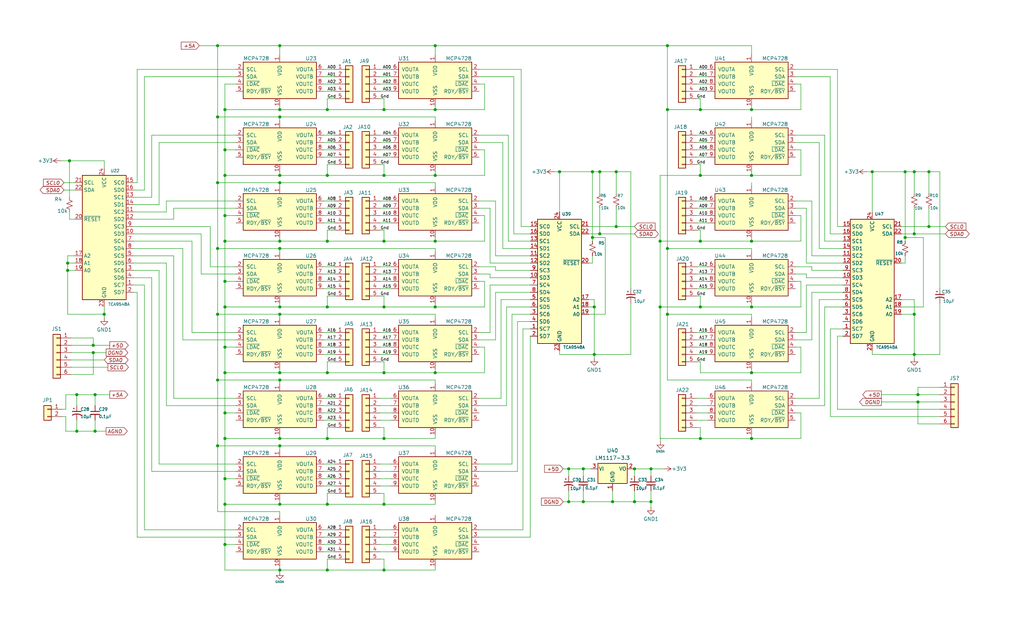
<source format=kicad_sch>
(kicad_sch (version 20230121) (generator eeschema)
  (paper "USLegal")
  (title_block (title "Synth #2") (date "2023-07-27") (rev "0.1") (company "      MLE Tech                  Cedar Park, TX") (comment 2 "In Development"))
  (lib_symbols
    (symbol "Analog_DAC:MCP4728" (pin_names (offset 1.016))
      (property "Reference" "U" (at -12.7 6.35 0))
      (property "Value" "MCP4728" (at 12.7 6.35 0))
      (symbol "MCP4728_1_1"
        (pin power_in line (at 0 7.62 270) (length 2.54) (name "VDD") (number "1"))
        (pin power_in line (at 0 -10.16 90) (length 2.54) (name "VSS") (number "10"))
        (pin input line (at -15.24 2.54 0) (length 2.54) (name "SCL") (number "2"))
        (pin bidirectional line (at -15.24 0 0) (length 2.54) (name "SDA") (number "3"))
        (pin input line (at -15.24 -2.54 0) (length 2.54) (name "~{LDAC}") (number "4"))
        (pin output line (at -15.24 -5.08 0) (length 2.54) (name "RDY/~{BSY}") (number "5"))
        (pin output line (at 15.24 2.54 180) (length 2.54) (name "VOUTA") (number "6"))
        (pin output line (at 15.24 0 180) (length 2.54) (name "VOUTB") (number "7"))
        (pin output line (at 15.24 -2.54 180) (length 2.54) (name "VOUTC") (number "8"))
        (pin output line (at 15.24 -5.08 180) (length 2.54) (name "VOUTD") (number "9"))
      )
    )
    (symbol "Connector_Generic:Conn_01x02" (pin_names (offset 1.016) hide)
      (property "Reference" "J" (at 0 2.54 0))
      (property "Value" "Conn_01x02" (at 0 -5.08 0))
      (symbol "Conn_01x02_1_1"
        (pin passive line (at -5.08 0 0) (length 3.81) (name "Pin_1") (number "1"))
        (pin passive line (at -5.08 -2.54 0) (length 3.81) (name "Pin_2") (number "2"))
      )
    )
    (symbol "Connector_Generic:Conn_01x05" (pin_names (offset 1.016) hide)
      (property "Reference" "J" (at 0 7.62 0))
      (property "Value" "Conn_01x05" (at 0 -7.62 0))
      (symbol "Conn_01x05_1_1"
        (pin passive line (at -5.08 5.08 0) (length 3.81) (name "Pin_1") (number "1"))
        (pin passive line (at -5.08 2.54 0) (length 3.81) (name "Pin_2") (number "2"))
        (pin passive line (at -5.08 0 0) (length 3.81) (name "Pin_3") (number "3"))
        (pin passive line (at -5.08 -2.54 0) (length 3.81) (name "Pin_4") (number "4"))
        (pin passive line (at -5.08 -5.08 0) (length 3.81) (name "Pin_5") (number "5"))
      )
    )
    (symbol "Connector_Generic:Conn_01x06" (pin_names (offset 1.016) hide)
      (property "Reference" "J" (at 0 7.62 0))
      (property "Value" "Conn_01x06" (at 0 -10.16 0))
      (symbol "Conn_01x06_1_1"
        (pin passive line (at -5.08 5.08 0) (length 3.81) (name "Pin_1") (number "1"))
        (pin passive line (at -5.08 2.54 0) (length 3.81) (name "Pin_2") (number "2"))
        (pin passive line (at -5.08 0 0) (length 3.81) (name "Pin_3") (number "3"))
        (pin passive line (at -5.08 -2.54 0) (length 3.81) (name "Pin_4") (number "4"))
        (pin passive line (at -5.08 -5.08 0) (length 3.81) (name "Pin_5") (number "5"))
        (pin passive line (at -5.08 -7.62 0) (length 3.81) (name "Pin_6") (number "6"))
      )
    )
    (symbol "Device:C_Polarized_Small_US" (pin_numbers hide) (pin_names (offset 0.254) hide)
      (property "Reference" "C" (at 0.254 1.778 0))
      (property "Value" "C_Polarized_Small_US" (at 0.254 -2.032 0))
      (symbol "C_Polarized_Small_US_1_1"
        (pin passive line (at 0 2.54 270) (length 2.032) (name "~") (number "1"))
        (pin passive line (at 0 -2.54 90) (length 2.032) (name "~") (number "2"))
      )
    )
    (symbol "Device:C_Small" (pin_numbers hide) (pin_names (offset 0.254) hide)
      (property "Reference" "C" (at 0.254 1.778 0))
      (property "Value" "C_Small" (at 0.254 -2.032 0))
      (symbol "C_Small_1_1"
        (pin passive line (at 0 2.54 270) (length 2.032) (name "~") (number "1"))
        (pin passive line (at 0 -2.54 90) (length 2.032) (name "~") (number "2"))
      )
    )
    (symbol "Device:R_Small_US" (pin_numbers hide) (pin_names (offset 0.254) hide)
      (property "Reference" "R" (at 0.762 0.508 0))
      (property "Value" "R_Small_US" (at 0.762 -1.016 0))
      (symbol "R_Small_US_1_1"
        (pin passive line (at 0 2.54 270) (length 1.016) (name "~") (number "1"))
        (pin passive line (at 0 -2.54 90) (length 1.016) (name "~") (number "2"))
      )
    )
    (symbol "Interface_Expansion:PCA9548ADW"
      (property "Reference" "U?" (at 2.0194 25.4 0))
      (property "Value" "TCA9548A" (at 2.0194 22.86 0))
      (symbol "PCA9548ADW_1_1"
        (pin output line (at 10.16 -17.78 180) (length 2.54) (name "SC7") (number "1"))
        (pin bidirectional line (at 10.16 0 180) (length 2.54) (name "SD3") (number "10"))
        (pin output line (at 10.16 7.62 180) (length 2.54) (name "SC2") (number "11"))
        (pin bidirectional line (at 10.16 5.08 180) (length 2.54) (name "SD2") (number "12"))
        (pin output line (at 10.16 12.7 180) (length 2.54) (name "SC1") (number "13"))
        (pin bidirectional line (at 10.16 10.16 180) (length 2.54) (name "SD1") (number "14"))
        (pin output line (at 10.16 17.78 180) (length 2.54) (name "SC0") (number "15"))
        (pin bidirectional line (at 10.16 15.24 180) (length 2.54) (name "SD0") (number "16"))
        (pin input line (at -10.16 -7.62 0) (length 2.54) (name "A2") (number "17"))
        (pin input line (at -10.16 -10.16 0) (length 2.54) (name "A1") (number "18"))
        (pin input line (at -10.16 -12.7 0) (length 2.54) (name "A0") (number "19"))
        (pin bidirectional line (at 10.16 -20.32 180) (length 2.54) (name "SD7") (number "2"))
        (pin input line (at -10.16 5.08 0) (length 2.54) (name "~{RESET}") (number "20"))
        (pin input line (at -10.16 17.78 0) (length 2.54) (name "SCL") (number "21"))
        (pin bidirectional line (at -10.16 15.24 0) (length 2.54) (name "SDA") (number "22"))
        (pin power_in line (at 0 -25.4 90) (length 2.54) (name "GND") (number "23"))
        (pin power_in line (at 0 22.86 270) (length 2.54) (name "VCC") (number "24"))
        (pin output line (at 10.16 -12.7 180) (length 2.54) (name "SC6") (number "3"))
        (pin bidirectional line (at 10.16 -15.24 180) (length 2.54) (name "SD6") (number "4"))
        (pin output line (at 10.16 -7.62 180) (length 2.54) (name "SC5") (number "5"))
        (pin bidirectional line (at 10.16 -10.16 180) (length 2.54) (name "SD5") (number "6"))
        (pin output line (at 10.16 -2.54 180) (length 2.54) (name "SC4") (number "7"))
        (pin bidirectional line (at 10.16 -5.08 180) (length 2.54) (name "SD4") (number "8"))
        (pin output line (at 10.16 2.54 180) (length 2.54) (name "SC3") (number "9"))
      )
    )
    (symbol "Regulator_Linear:LM1117-3.3" (pin_names (offset 0.254))
      (property "Reference" "U" (at -3.81 3.175 0))
      (property "Value" "LM1117-3.3" (at 0 3.175 0))
      (symbol "LM1117-3.3_1_1"
        (pin power_in line (at 0 -7.62 90) (length 2.54) (name "GND") (number "1"))
        (pin power_out line (at 7.62 0 180) (length 2.54) (name "VO") (number "2"))
        (pin power_in line (at -7.62 0 0) (length 2.54) (name "VI") (number "3"))
      )
    )
    (symbol "power:+3.3V" (power) (pin_names (offset 0))
      (property "Value" "+3.3V" (at 0 3.556 0))
      (symbol "+3.3V_1_1"
        (pin power_in line (at 0 0 90) (length 0) hide (name "+3V3") (number "1"))
      )
    )
    (symbol "power:GND1" (power) (pin_names (offset 0))
      (property "Value" "GNDD" (at 0 -5.08 0))
      (symbol "GND1_1_1"
        (pin power_in line (at 0 0 270) (length 0) hide (name "GND1") (number "1"))
      )
    )
    (symbol "power:GNDA" (power) (pin_names (offset 0))
      (property "Value" "GNDA" (at 0 -3.81 0))
      (symbol "GNDA_1_1"
        (pin power_in line (at 0 0 270) (length 0) hide (name "GNDA") (number "1"))
      )
    )
  )
  (junction (at 97.155 15.875))
  (junction (at 113.665 60.96))
  (junction (at 33.02 149.86))
  (junction (at 97.155 60.96))
  (junction (at 194.31 59.69))
  (junction (at 78.105 60.96))
  (junction (at 113.665 152.4))
  (junction (at 78.105 74.93))
  (junction (at 97.155 132.08))
  (junction (at 206.375 123.19))
  (junction (at 243.205 83.82))
  (junction (at 75.565 86.36))
  (junction (at 151.13 38.1))
  (junction (at 75.565 63.5))
  (junction (at 220.345 162.941))
  (junction (at 302.895 59.69))
  (junction (at 75.565 154.94))
  (junction (at 78.105 129.54))
  (junction (at 151.13 15.875))
  (junction (at 317.5 59.69))
  (junction (at 78.105 166.37))
  (junction (at 78.105 189.23))
  (junction (at 133.35 106.68))
  (junction (at 133.35 129.54))
  (junction (at 317.5 109.22))
  (junction (at 197.485 162.941))
  (junction (at 151.13 106.68))
  (junction (at 202.565 162.941))
  (junction (at 322.58 78.74))
  (junction (at 97.155 175.26))
  (junction (at 97.155 152.4))
  (junction (at 151.13 129.54))
  (junction (at 133.35 83.82))
  (junction (at 113.665 198.12))
  (junction (at 314.325 82.55))
  (junction (at 213.995 59.69))
  (junction (at 78.105 97.79))
  (junction (at 243.205 106.68))
  (junction (at 78.105 152.4))
  (junction (at 322.58 59.69))
  (junction (at 231.775 86.36))
  (junction (at 113.665 175.26))
  (junction (at 78.105 143.51))
  (junction (at 208.28 81.28))
  (junction (at 243.205 38.1))
  (junction (at 220.345 174.371))
  (junction (at 32.385 120.015))
  (junction (at 260.985 60.96))
  (junction (at 75.565 15.875))
  (junction (at 97.155 129.54))
  (junction (at 260.985 106.68))
  (junction (at 97.155 109.22))
  (junction (at 24.13 55.88))
  (junction (at 113.665 83.82))
  (junction (at 133.35 198.12))
  (junction (at 243.205 60.96))
  (junction (at 97.155 106.68))
  (junction (at 318.77 137.16))
  (junction (at 78.105 175.26))
  (junction (at 317.5 123.19))
  (junction (at 212.725 174.371))
  (junction (at 205.74 59.69))
  (junction (at 260.985 83.82))
  (junction (at 97.155 154.94))
  (junction (at 318.77 139.7))
  (junction (at 23.495 93.98))
  (junction (at 229.235 106.68))
  (junction (at 78.105 120.65))
  (junction (at 97.155 40.64))
  (junction (at 75.565 132.08))
  (junction (at 314.325 59.69))
  (junction (at 133.35 175.26))
  (junction (at 78.105 83.82))
  (junction (at 97.155 63.5))
  (junction (at 260.985 38.1))
  (junction (at 32.385 122.555))
  (junction (at 36.195 109.22))
  (junction (at 243.205 152.4))
  (junction (at 97.155 198.12))
  (junction (at 205.74 82.55))
  (junction (at 226.06 174.371))
  (junction (at 23.495 91.44))
  (junction (at 26.67 137.16))
  (junction (at 78.105 38.1))
  (junction (at 113.665 106.68))
  (junction (at 151.13 83.82))
  (junction (at 75.565 109.22))
  (junction (at 317.5 81.28))
  (junction (at 231.775 38.1))
  (junction (at 213.995 78.74))
  (junction (at 78.105 106.68))
  (junction (at 133.35 152.4))
  (junction (at 206.375 106.68))
  (junction (at 133.35 38.1))
  (junction (at 202.565 174.371))
  (junction (at 113.665 38.1))
  (junction (at 78.105 52.07))
  (junction (at 208.28 59.69))
  (junction (at 229.235 83.82))
  (junction (at 226.06 162.941))
  (junction (at 260.985 152.4))
  (junction (at 151.13 60.96))
  (junction (at 260.985 129.54))
  (junction (at 26.67 149.86))
  (junction (at 97.155 83.82))
  (junction (at 75.565 40.64))
  (junction (at 33.02 137.16))
  (junction (at 113.665 129.54))
  (junction (at 231.775 109.22))
  (junction (at 133.35 60.96))
  (junction (at 197.485 174.371))
  (junction (at 97.155 86.36))
  (junction (at 231.775 15.875))
  (junction (at 97.155 38.1))
  (wire (pts (xy 292.735 81.28) (xy 288.29 81.28)))
  (wire (pts (xy 290.83 116.84) (xy 292.735 116.84)))
  (wire (pts (xy 78.105 152.4) (xy 97.155 152.4)))
  (wire (pts (xy 37.465 127.635) (xy 24.765 127.635)))
  (wire (pts (xy 81.915 97.79) (xy 78.105 97.79)))
  (wire (pts (xy 213.995 59.69) (xy 219.075 59.69)))
  (wire (pts (xy 47.625 101.6) (xy 47.625 186.69)))
  (wire (pts (xy 260.985 60.96) (xy 278.13 60.96)))
  (wire (pts (xy 60.325 76.2) (xy 46.355 76.2)))
  (wire (pts (xy 276.225 52.07) (xy 278.13 52.07)))
  (wire (pts (xy 278.13 152.4) (xy 278.13 143.51)))
  (wire (pts (xy 170.18 95.25) (xy 170.18 96.52)))
  (wire (pts (xy 184.15 114.3) (xy 181.61 114.3)))
  (wire (pts (xy 132.08 92.71) (xy 135.89 92.71)))
  (wire (pts (xy 260.985 86.36) (xy 231.775 86.36)))
  (wire (pts (xy 292.735 101.6) (xy 281.94 101.6)))
  (wire (pts (xy 260.985 110.49) (xy 260.985 109.22)))
  (wire (pts (xy 151.13 106.68) (xy 151.13 105.41)))
  (wire (pts (xy 116.205 72.39) (xy 112.395 72.39)))
  (wire (pts (xy 174.625 86.36) (xy 174.625 49.53)))
  (wire (pts (xy 78.105 143.51) (xy 78.105 152.4)))
  (wire (pts (xy 33.02 149.86) (xy 36.83 149.86)))
  (wire (pts (xy 81.915 166.37) (xy 78.105 166.37)))
  (wire (pts (xy 36.195 110.49) (xy 36.195 109.22)))
  (wire (pts (xy 78.105 129.54) (xy 97.155 129.54)))
  (wire (pts (xy 151.13 175.26) (xy 133.35 175.26)))
  (wire (pts (xy 179.705 163.83) (xy 179.705 111.76)))
  (wire (pts (xy 132.08 49.53) (xy 135.89 49.53)))
  (wire (pts (xy 260.985 128.27) (xy 260.985 129.54)))
  (wire (pts (xy 63.5 86.36) (xy 46.355 86.36)))
  (wire (pts (xy 113.665 83.82) (xy 133.35 83.82)))
  (wire (pts (xy 166.37 140.97) (xy 175.895 140.97)))
  (wire (pts (xy 278.13 129.54) (xy 278.13 120.65)))
  (wire (pts (xy 260.985 106.68) (xy 278.13 106.68)))
  (wire (pts (xy 135.89 191.77) (xy 132.08 191.77)))
  (wire (pts (xy 245.745 120.65) (xy 241.935 120.65)))
  (wire (pts (xy 206.375 106.68) (xy 204.47 106.68)))
  (wire (pts (xy 133.35 38.1) (xy 151.13 38.1)))
  (wire (pts (xy 151.13 59.69) (xy 151.13 60.96)))
  (wire (pts (xy 113.665 60.96) (xy 133.35 60.96)))
  (wire (pts (xy 286.385 106.68) (xy 286.385 140.97)))
  (wire (pts (xy 97.155 110.49) (xy 97.155 109.22)))
  (wire (pts (xy 81.915 161.29) (xy 55.245 161.29)))
  (wire (pts (xy 314.325 82.55) (xy 320.675 82.55)))
  (wire (pts (xy 243.205 60.96) (xy 260.985 60.96)))
  (wire (pts (xy 210.185 82.55) (xy 210.185 109.22)))
  (wire (pts (xy 245.745 140.97) (xy 241.935 140.97)))
  (wire (pts (xy 132.08 24.13) (xy 135.89 24.13)))
  (wire (pts (xy 36.195 125.095) (xy 24.765 125.095)))
  (wire (pts (xy 135.89 95.25) (xy 132.08 95.25)))
  (wire (pts (xy 166.37 46.99) (xy 176.53 46.99)))
  (wire (pts (xy 194.31 121.92) (xy 194.31 123.19)))
  (wire (pts (xy 69.215 15.875) (xy 75.565 15.875)))
  (wire (pts (xy 151.13 196.85) (xy 151.13 198.12)))
  (wire (pts (xy 181.61 114.3) (xy 181.61 184.15)))
  (wire (pts (xy 313.055 78.74) (xy 322.58 78.74)))
  (wire (pts (xy 241.935 74.93) (xy 245.745 74.93)))
  (wire (pts (xy 241.935 34.29) (xy 243.205 34.29)))
  (wire (pts (xy 112.395 189.23) (xy 116.205 189.23)))
  (wire (pts (xy 292.735 114.3) (xy 288.3662 114.3)))
  (wire (pts (xy 55.245 49.53) (xy 55.245 71.12)))
  (wire (pts (xy 194.31 123.19) (xy 206.375 123.19)))
  (wire (pts (xy 284.48 86.36) (xy 284.48 49.53)))
  (wire (pts (xy 97.155 64.77) (xy 97.155 63.5)))
  (wire (pts (xy 300.99 59.69) (xy 302.895 59.69)))
  (wire (pts (xy 231.775 86.36) (xy 231.775 109.22)))
  (wire (pts (xy 245.745 46.99) (xy 241.935 46.99)))
  (wire (pts (xy 75.565 15.875) (xy 75.565 40.64)))
  (wire (pts (xy 241.935 97.79) (xy 245.745 97.79)))
  (wire (pts (xy 326.39 139.7) (xy 318.77 139.7)))
  (wire (pts (xy 116.205 138.43) (xy 112.395 138.43)))
  (wire (pts (xy 113.665 34.29) (xy 113.665 38.1)))
  (wire (pts (xy 151.13 151.13) (xy 151.13 152.4)))
  (wire (pts (xy 75.565 40.64) (xy 97.155 40.64)))
  (wire (pts (xy 78.105 38.1) (xy 97.155 38.1)))
  (wire (pts (xy 97.155 60.96) (xy 113.665 60.96)))
  (wire (pts (xy 174.625 49.53) (xy 166.37 49.53)))
  (wire (pts (xy 243.205 129.54) (xy 260.985 129.54)))
  (wire (pts (xy 195.58 162.941) (xy 197.485 162.941)))
  (wire (pts (xy 245.745 72.39) (xy 241.935 72.39)))
  (wire (pts (xy 206.375 106.68) (xy 206.375 104.14)))
  (wire (pts (xy 97.155 154.94) (xy 75.565 154.94)))
  (wire (pts (xy 78.105 120.65) (xy 81.915 120.65)))
  (wire (pts (xy 290.83 24.13) (xy 290.83 78.74)))
  (wire (pts (xy 241.935 118.11) (xy 245.745 118.11)))
  (wire (pts (xy 75.565 132.08) (xy 75.565 154.94)))
  (wire (pts (xy 116.205 194.31) (xy 113.665 194.31)))
  (wire (pts (xy 97.155 38.1) (xy 113.665 38.1)))
  (wire (pts (xy 208.28 59.69) (xy 213.995 59.69)))
  (wire (pts (xy 284.48 49.53) (xy 276.225 49.53)))
  (wire (pts (xy 132.08 138.43) (xy 135.89 138.43)))
  (wire (pts (xy 317.5 123.19) (xy 302.895 123.19)))
  (wire (pts (xy 23.495 93.98) (xy 23.495 109.22)))
  (wire (pts (xy 179.705 111.76) (xy 184.15 111.76)))
  (wire (pts (xy 112.395 100.33) (xy 116.205 100.33)))
  (wire (pts (xy 81.915 140.97) (xy 57.785 140.97)))
  (wire (pts (xy 81.915 72.39) (xy 60.325 72.39)))
  (wire (pts (xy 116.205 163.83) (xy 112.395 163.83)))
  (wire (pts (xy 116.205 125.73) (xy 113.665 125.73)))
  (wire (pts (xy 24.765 130.175) (xy 32.385 130.175)))
  (wire (pts (xy 278.13 143.51) (xy 276.225 143.51)))
  (wire (pts (xy 60.325 88.9) (xy 60.325 138.43)))
  (wire (pts (xy 23.495 91.44) (xy 26.035 91.44)))
  (wire (pts (xy 184.15 93.98) (xy 172.085 93.98)))
  (wire (pts (xy 278.13 83.82) (xy 278.13 74.93)))
  (wire (pts (xy 292.735 96.52) (xy 280.035 96.52)))
  (wire (pts (xy 132.08 34.29) (xy 133.35 34.29)))
  (wire (pts (xy 52.705 163.83) (xy 81.915 163.83)))
  (wire (pts (xy 260.985 133.35) (xy 260.985 132.08)))
  (wire (pts (xy 166.37 120.65) (xy 168.275 120.65)))
  (wire (pts (xy 78.105 60.96) (xy 78.105 74.93)))
  (wire (pts (xy 231.775 15.875) (xy 231.775 38.1)))
  (wire (pts (xy 194.31 59.69) (xy 194.31 73.66)))
  (wire (pts (xy 276.225 118.11) (xy 281.94 118.11)))
  (wire (pts (xy 229.235 83.82) (xy 229.235 106.68)))
  (wire (pts (xy 75.565 86.36) (xy 97.155 86.36)))
  (wire (pts (xy 243.205 80.01) (xy 243.205 83.82)))
  (wire (pts (xy 243.205 83.82) (xy 229.235 83.82)))
  (wire (pts (xy 135.89 77.47) (xy 132.08 77.47)))
  (wire (pts (xy 22.86 137.16) (xy 26.67 137.16)))
  (wire (pts (xy 172.085 101.6) (xy 172.085 118.11)))
  (wire (pts (xy 112.395 52.07) (xy 116.205 52.07)))
  (wire (pts (xy 132.08 194.31) (xy 133.35 194.31)))
  (wire (pts (xy 260.985 151.13) (xy 260.985 152.4)))
  (wire (pts (xy 286.385 140.97) (xy 276.225 140.97)))
  (wire (pts (xy 184.15 86.36) (xy 174.625 86.36)))
  (wire (pts (xy 135.89 31.75) (xy 132.08 31.75)))
  (wire (pts (xy 197.485 162.941) (xy 202.565 162.941)))
  (wire (pts (xy 241.935 143.51) (xy 245.745 143.51)))
  (wire (pts (xy 78.105 83.82) (xy 78.105 97.79)))
  (wire (pts (xy 33.02 140.97) (xy 33.02 137.16)))
  (wire (pts (xy 78.105 198.12) (xy 97.155 198.12)))
  (wire (pts (xy 314.325 59.69) (xy 317.5 59.69)))
  (wire (pts (xy 113.665 148.59) (xy 113.665 152.4)))
  (wire (pts (xy 133.35 80.01) (xy 133.35 83.82)))
  (wire (pts (xy 173.99 104.14) (xy 173.99 138.43)))
  (wire (pts (xy 132.08 161.29) (xy 135.89 161.29)))
  (wire (pts (xy 22.86 149.86) (xy 26.67 149.86)))
  (wire (pts (xy 112.395 184.15) (xy 116.205 184.15)))
  (wire (pts (xy 97.155 106.68) (xy 113.665 106.68)))
  (wire (pts (xy 113.665 194.31) (xy 113.665 198.12)))
  (wire (pts (xy 116.205 34.29) (xy 113.665 34.29)))
  (wire (pts (xy 175.895 140.97) (xy 175.895 106.68)))
  (wire (pts (xy 50.165 66.04) (xy 46.355 66.04)))
  (wire (pts (xy 219.075 123.19) (xy 206.375 123.19)))
  (wire (pts (xy 281.94 93.98) (xy 281.94 92.71)))
  (wire (pts (xy 177.8 109.22) (xy 177.8 161.29)))
  (wire (pts (xy 292.735 83.82) (xy 286.385 83.82)))
  (wire (pts (xy 97.155 179.07) (xy 97.155 177.8)))
  (wire (pts (xy 170.18 99.06) (xy 170.18 115.57)))
  (wire (pts (xy 260.985 83.82) (xy 260.985 82.55)))
  (wire (pts (xy 317.5 123.19) (xy 326.39 123.19)))
  (wire (pts (xy 97.155 198.12) (xy 97.155 198.755)))
  (wire (pts (xy 229.235 60.96) (xy 229.235 83.82)))
  (wire (pts (xy 280.035 99.06) (xy 292.735 99.06)))
  (wire (pts (xy 23.495 93.98) (xy 26.035 93.98)))
  (wire (pts (xy 318.77 139.7) (xy 306.07 139.7)))
  (wire (pts (xy 260.985 129.54) (xy 278.13 129.54)))
  (wire (pts (xy 260.985 15.875) (xy 231.775 15.875)))
  (wire (pts (xy 314.325 88.9) (xy 314.325 91.44)))
  (wire (pts (xy 243.205 106.68) (xy 229.235 106.68)))
  (wire (pts (xy 205.74 59.69) (xy 205.74 82.55)))
  (wire (pts (xy 245.745 77.47) (xy 241.935 77.47)))
  (wire (pts (xy 97.155 36.83) (xy 97.155 38.1)))
  (wire (pts (xy 322.58 72.39) (xy 322.58 78.74)))
  (wire (pts (xy 284.48 104.14) (xy 284.48 138.43)))
  (wire (pts (xy 208.28 81.28) (xy 220.345 81.28)))
  (wire (pts (xy 213.995 72.39) (xy 213.995 78.74)))
  (wire (pts (xy 78.105 152.4) (xy 78.105 166.37)))
  (wire (pts (xy 276.225 95.25) (xy 280.035 95.25)))
  (wire (pts (xy 314.325 91.44) (xy 313.055 91.44)))
  (wire (pts (xy 81.915 184.15) (xy 50.165 184.15)))
  (wire (pts (xy 278.13 38.1) (xy 260.985 38.1)))
  (wire (pts (xy 175.895 106.68) (xy 184.15 106.68)))
  (wire (pts (xy 97.155 15.875) (xy 97.155 19.05)))
  (wire (pts (xy 202.565 162.941) (xy 205.105 162.941)))
  (wire (pts (xy 208.28 72.39) (xy 208.28 81.28)))
  (wire (pts (xy 206.375 104.14) (xy 204.47 104.14)))
  (wire (pts (xy 116.205 24.13) (xy 112.395 24.13)))
  (wire (pts (xy 81.915 24.13) (xy 47.625 24.13)))
  (wire (pts (xy 57.785 69.85) (xy 57.785 73.66)))
  (wire (pts (xy 226.06 165.481) (xy 226.06 162.941)))
  (wire (pts (xy 151.13 15.875) (xy 151.13 19.05)))
  (wire (pts (xy 184.15 83.82) (xy 176.53 83.82)))
  (wire (pts (xy 260.985 36.83) (xy 260.985 38.1)))
  (wire (pts (xy 220.345 165.481) (xy 220.345 162.941)))
  (wire (pts (xy 180.975 24.13) (xy 180.975 78.74)))
  (wire (pts (xy 204.47 109.22) (xy 210.185 109.22)))
  (wire (pts (xy 112.395 140.97) (xy 116.205 140.97)))
  (wire (pts (xy 135.89 46.99) (xy 132.08 46.99)))
  (wire (pts (xy 184.15 78.74) (xy 180.975 78.74)))
  (wire (pts (xy 166.37 72.39) (xy 170.18 72.39)))
  (wire (pts (xy 97.155 87.63) (xy 97.155 86.36)))
  (wire (pts (xy 113.665 57.15) (xy 113.665 60.96)))
  (wire (pts (xy 22.86 142.24) (xy 22.86 137.16)))
  (wire (pts (xy 245.745 52.07) (xy 241.935 52.07)))
  (wire (pts (xy 112.395 123.19) (xy 116.205 123.19)))
  (wire (pts (xy 326.39 147.32) (xy 318.77 147.32)))
  (wire (pts (xy 24.765 120.015) (xy 32.385 120.015)))
  (wire (pts (xy 132.08 115.57) (xy 135.89 115.57)))
  (wire (pts (xy 219.075 105.41) (xy 219.075 123.19)))
  (wire (pts (xy 213.995 78.74) (xy 220.345 78.74)))
  (wire (pts (xy 281.94 88.9) (xy 281.94 69.85)))
  (wire (pts (xy 75.565 177.8) (xy 97.155 177.8)))
  (wire (pts (xy 317.5 109.22) (xy 313.055 109.22)))
  (wire (pts (xy 284.48 138.43) (xy 276.225 138.43)))
  (wire (pts (xy 66.675 115.57) (xy 81.915 115.57)))
  (wire (pts (xy 116.205 168.91) (xy 112.395 168.91)))
  (wire (pts (xy 230.505 162.941) (xy 226.06 162.941)))
  (wire (pts (xy 81.915 52.07) (xy 78.105 52.07)))
  (wire (pts (xy 78.105 38.1) (xy 78.105 52.07)))
  (wire (pts (xy 260.985 64.77) (xy 260.985 63.5)))
  (wire (pts (xy 151.13 87.63) (xy 151.13 86.36)))
  (wire (pts (xy 133.35 106.68) (xy 151.13 106.68)))
  (wire (pts (xy 226.06 176.276) (xy 226.06 174.371)))
  (wire (pts (xy 151.13 41.91) (xy 151.13 40.64)))
  (wire (pts (xy 116.205 102.87) (xy 113.665 102.87)))
  (wire (pts (xy 260.985 87.63) (xy 260.985 86.36)))
  (wire (pts (xy 52.705 96.52) (xy 52.705 163.83)))
  (wire (pts (xy 73.025 78.74) (xy 46.355 78.74)))
  (wire (pts (xy 113.665 175.26) (xy 97.155 175.26)))
  (wire (pts (xy 241.935 92.71) (xy 245.745 92.71)))
  (wire (pts (xy 78.105 74.93) (xy 78.105 83.82)))
  (wire (pts (xy 78.105 97.79) (xy 78.105 106.68)))
  (wire (pts (xy 97.155 152.4) (xy 113.665 152.4)))
  (wire (pts (xy 47.625 186.69) (xy 81.915 186.69)))
  (wire (pts (xy 69.85 95.25) (xy 81.915 95.25)))
  (wire (pts (xy 26.67 146.05) (xy 26.67 149.86)))
  (wire (pts (xy 313.055 106.68) (xy 320.675 106.68)))
  (wire (pts (xy 78.105 120.65) (xy 78.105 129.54)))
  (wire (pts (xy 202.565 174.371) (xy 212.725 174.371)))
  (wire (pts (xy 132.08 118.11) (xy 135.89 118.11)))
  (wire (pts (xy 26.67 140.97) (xy 26.67 137.16)))
  (wire (pts (xy 81.915 26.67) (xy 50.165 26.67)))
  (wire (pts (xy 166.37 52.07) (xy 168.275 52.07)))
  (wire (pts (xy 81.915 118.11) (xy 63.5 118.11)))
  (wire (pts (xy 81.915 138.43) (xy 60.325 138.43)))
  (wire (pts (xy 280.035 115.57) (xy 276.225 115.57)))
  (wire (pts (xy 204.47 81.28) (xy 208.28 81.28)))
  (wire (pts (xy 241.935 148.59) (xy 243.205 148.59)))
  (wire (pts (xy 243.205 148.59) (xy 243.205 152.4)))
  (wire (pts (xy 276.225 120.65) (xy 278.13 120.65)))
  (wire (pts (xy 132.08 54.61) (xy 135.89 54.61)))
  (wire (pts (xy 81.915 74.93) (xy 78.105 74.93)))
  (wire (pts (xy 151.13 129.54) (xy 168.275 129.54)))
  (wire (pts (xy 172.085 69.85) (xy 166.37 69.85)))
  (wire (pts (xy 81.915 92.71) (xy 73.025 92.71)))
  (wire (pts (xy 46.355 81.28) (xy 69.85 81.28)))
  (wire (pts (xy 22.225 66.04) (xy 26.035 66.04)))
  (wire (pts (xy 205.74 91.44) (xy 204.47 91.44)))
  (wire (pts (xy 46.355 96.52) (xy 52.705 96.52)))
  (wire (pts (xy 166.37 118.11) (xy 172.085 118.11)))
  (wire (pts (xy 78.105 83.82) (xy 97.155 83.82)))
  (wire (pts (xy 50.165 26.67) (xy 50.165 66.04)))
  (wire (pts (xy 168.275 129.54) (xy 168.275 120.65)))
  (wire (pts (xy 276.225 26.67) (xy 288.29 26.67)))
  (wire (pts (xy 212.725 174.371) (xy 220.345 174.371)))
  (wire (pts (xy 24.13 76.2) (xy 26.035 76.2)))
  (wire (pts (xy 113.665 80.01) (xy 113.665 83.82)))
  (wire (pts (xy 317.5 124.46) (xy 317.5 123.19)))
  (wire (pts (xy 78.105 166.37) (xy 78.105 175.26)))
  (wire (pts (xy 46.355 71.12) (xy 55.245 71.12)))
  (wire (pts (xy 32.385 120.015) (xy 38.1 120.015)))
  (wire (pts (xy 97.155 156.21) (xy 97.155 154.94)))
  (wire (pts (xy 280.035 99.06) (xy 280.035 115.57)))
  (wire (pts (xy 112.395 26.67) (xy 116.205 26.67)))
  (wire (pts (xy 97.155 83.82) (xy 113.665 83.82)))
  (wire (pts (xy 326.39 59.69) (xy 326.39 100.33)))
  (wire (pts (xy 78.105 52.07) (xy 78.105 60.96)))
  (wire (pts (xy 133.35 152.4) (xy 113.665 152.4)))
  (wire (pts (xy 245.745 31.75) (xy 241.935 31.75)))
  (wire (pts (xy 170.18 115.57) (xy 166.37 115.57)))
  (wire (pts (xy 241.935 125.73) (xy 243.205 125.73)))
  (wire (pts (xy 112.395 92.71) (xy 116.205 92.71)))
  (wire (pts (xy 97.155 86.36) (xy 151.13 86.36)))
  (wire (pts (xy 314.325 59.69) (xy 314.325 82.55)))
  (wire (pts (xy 75.565 15.875) (xy 97.155 15.875)))
  (wire (pts (xy 135.89 146.05) (xy 132.08 146.05)))
  (wire (pts (xy 50.165 99.06) (xy 46.355 99.06)))
  (wire (pts (xy 112.395 143.51) (xy 116.205 143.51)))
  (wire (pts (xy 133.35 175.26) (xy 113.665 175.26)))
  (wire (pts (xy 260.985 59.69) (xy 260.985 60.96)))
  (wire (pts (xy 243.205 38.1) (xy 260.985 38.1)))
  (wire (pts (xy 133.35 148.59) (xy 133.35 152.4)))
  (wire (pts (xy 135.89 26.67) (xy 132.08 26.67)))
  (wire (pts (xy 97.155 83.82) (xy 97.155 82.55)))
  (wire (pts (xy 81.915 189.23) (xy 78.105 189.23)))
  (wire (pts (xy 208.28 67.31) (xy 208.28 59.69)))
  (wire (pts (xy 73.025 78.74) (xy 73.025 92.71)))
  (wire (pts (xy 97.155 151.13) (xy 97.155 152.4)))
  (wire (pts (xy 318.77 137.16) (xy 318.77 134.62)))
  (wire (pts (xy 172.085 92.71) (xy 166.37 92.71)))
  (wire (pts (xy 243.205 152.4) (xy 260.985 152.4)))
  (wire (pts (xy 184.15 96.52) (xy 170.18 96.52)))
  (wire (pts (xy 135.89 163.83) (xy 132.08 163.83)))
  (wire (pts (xy 135.89 52.07) (xy 132.08 52.07)))
  (wire (pts (xy 133.35 125.73) (xy 133.35 129.54)))
  (wire (pts (xy 243.205 38.1) (xy 231.775 38.1)))
  (wire (pts (xy 151.13 133.35) (xy 151.13 132.08)))
  (wire (pts (xy 23.495 88.9) (xy 23.495 91.44)))
  (wire (pts (xy 168.275 60.96) (xy 168.275 52.07)))
  (wire (pts (xy 22.86 144.78) (xy 22.86 149.86)))
  (wire (pts (xy 231.775 15.875) (xy 151.13 15.875)))
  (wire (pts (xy 21.59 142.24) (xy 22.86 142.24)))
  (wire (pts (xy 75.565 86.36) (xy 75.565 109.22)))
  (wire (pts (xy 276.225 74.93) (xy 278.13 74.93)))
  (wire (pts (xy 97.155 106.68) (xy 78.105 106.68)))
  (wire (pts (xy 220.345 162.941) (xy 226.06 162.941)))
  (wire (pts (xy 278.13 106.68) (xy 278.13 97.79)))
  (wire (pts (xy 278.13 29.21) (xy 278.13 38.1)))
  (wire (pts (xy 276.225 72.39) (xy 280.035 72.39)))
  (wire (pts (xy 26.67 149.86) (xy 33.02 149.86)))
  (wire (pts (xy 292.735 104.14) (xy 284.48 104.14)))
  (wire (pts (xy 166.37 95.25) (xy 170.18 95.25)))
  (wire (pts (xy 292.735 106.68) (xy 286.385 106.68)))
  (wire (pts (xy 21.59 144.78) (xy 22.86 144.78)))
  (wire (pts (xy 116.205 118.11) (xy 112.395 118.11)))
  (wire (pts (xy 133.35 34.29) (xy 133.35 38.1)))
  (wire (pts (xy 132.08 123.19) (xy 135.89 123.19)))
  (wire (pts (xy 75.565 63.5) (xy 97.155 63.5)))
  (wire (pts (xy 313.055 104.14) (xy 317.5 104.14)))
  (wire (pts (xy 205.74 59.69) (xy 208.28 59.69)))
  (wire (pts (xy 192.532 59.69) (xy 194.31 59.69)))
  (wire (pts (xy 132.08 97.79) (xy 135.89 97.79)))
  (wire (pts (xy 132.08 143.51) (xy 135.89 143.51)))
  (wire (pts (xy 172.085 93.98) (xy 172.085 92.71)))
  (wire (pts (xy 184.15 101.6) (xy 172.085 101.6)))
  (wire (pts (xy 166.37 163.83) (xy 179.705 163.83)))
  (wire (pts (xy 206.375 106.68) (xy 206.375 123.19)))
  (wire (pts (xy 132.08 148.59) (xy 133.35 148.59)))
  (wire (pts (xy 132.08 29.21) (xy 135.89 29.21)))
  (wire (pts (xy 276.225 46.99) (xy 286.385 46.99)))
  (wire (pts (xy 116.205 97.79) (xy 112.395 97.79)))
  (wire (pts (xy 151.13 36.83) (xy 151.13 38.1)))
  (wire (pts (xy 205.74 88.9) (xy 205.74 91.44)))
  (wire (pts (xy 292.735 86.36) (xy 284.48 86.36)))
  (wire (pts (xy 243.205 60.96) (xy 229.235 60.96)))
  (wire (pts (xy 32.385 120.015) (xy 32.385 117.475)))
  (wire (pts (xy 63.5 86.36) (xy 63.5 118.11)))
  (wire (pts (xy 112.395 54.61) (xy 116.205 54.61)))
  (wire (pts (xy 133.35 198.12) (xy 113.665 198.12)))
  (wire (pts (xy 116.205 29.21) (xy 112.395 29.21)))
  (wire (pts (xy 302.895 59.69) (xy 314.325 59.69)))
  (wire (pts (xy 78.105 106.68) (xy 78.105 120.65)))
  (wire (pts (xy 184.15 91.44) (xy 170.18 91.44)))
  (wire (pts (xy 241.935 80.01) (xy 243.205 80.01)))
  (wire (pts (xy 176.53 46.99) (xy 176.53 83.82)))
  (wire (pts (xy 202.565 165.481) (xy 202.565 162.941)))
  (wire (pts (xy 135.89 140.97) (xy 132.08 140.97)))
  (wire (pts (xy 78.105 29.21) (xy 78.105 38.1)))
  (wire (pts (xy 116.205 57.15) (xy 113.665 57.15)))
  (wire (pts (xy 116.205 77.47) (xy 112.395 77.47)))
  (wire (pts (xy 46.355 83.82) (xy 66.675 83.82)))
  (wire (pts (xy 21.082 55.88) (xy 24.13 55.88)))
  (wire (pts (xy 132.08 102.87) (xy 133.35 102.87)))
  (wire (pts (xy 326.39 105.41) (xy 326.39 123.19)))
  (wire (pts (xy 184.15 109.22) (xy 177.8 109.22)))
  (wire (pts (xy 113.665 80.01) (xy 116.205 80.01)))
  (wire (pts (xy 75.565 63.5) (xy 75.565 86.36)))
  (wire (pts (xy 133.35 102.87) (xy 133.35 106.68)))
  (wire (pts (xy 33.02 137.16) (xy 38.1 137.16)))
  (wire (pts (xy 243.205 57.15) (xy 243.205 60.96)))
  (wire (pts (xy 231.775 38.1) (xy 231.775 86.36)))
  (wire (pts (xy 57.785 73.66) (xy 46.355 73.66)))
  (wire (pts (xy 133.35 57.15) (xy 133.35 60.96)))
  (wire (pts (xy 78.105 129.54) (xy 78.105 143.51)))
  (wire (pts (xy 243.205 106.68) (xy 260.985 106.68)))
  (wire (pts (xy 288.3662 144.78) (xy 326.39 144.78)))
  (wire (pts (xy 132.08 189.23) (xy 135.89 189.23)))
  (wire (pts (xy 276.225 97.79) (xy 278.13 97.79)))
  (wire (pts (xy 113.665 171.45) (xy 113.665 175.26)))
  (wire (pts (xy 302.895 121.92) (xy 302.895 123.19)))
  (wire (pts (xy 243.205 83.82) (xy 260.985 83.82)))
  (wire (pts (xy 322.58 67.31) (xy 322.58 59.69)))
  (wire (pts (xy 168.275 38.1) (xy 151.13 38.1)))
  (wire (pts (xy 313.055 81.28) (xy 317.5 81.28)))
  (wire (pts (xy 170.18 72.39) (xy 170.18 91.44)))
  (wire (pts (xy 133.35 129.54) (xy 151.13 129.54)))
  (wire (pts (xy 243.205 102.87) (xy 243.205 106.68)))
  (wire (pts (xy 81.915 49.53) (xy 55.245 49.53)))
  (wire (pts (xy 317.5 72.39) (xy 317.5 81.28)))
  (wire (pts (xy 205.74 82.55) (xy 205.74 83.82)))
  (wire (pts (xy 116.205 115.57) (xy 112.395 115.57)))
  (wire (pts (xy 133.35 171.45) (xy 133.35 175.26)))
  (wire (pts (xy 241.935 102.87) (xy 243.205 102.87)))
  (wire (pts (xy 97.155 106.68) (xy 97.155 105.41)))
  (wire (pts (xy 231.775 109.22) (xy 231.775 132.08)))
  (wire (pts (xy 204.47 78.74) (xy 213.995 78.74)))
  (wire (pts (xy 75.565 154.94) (xy 75.565 177.8)))
  (wire (pts (xy 97.155 40.64) (xy 151.13 40.64)))
  (wire (pts (xy 317.5 59.69) (xy 322.58 59.69)))
  (wire (pts (xy 22.225 63.5) (xy 26.035 63.5)))
  (wire (pts (xy 78.105 29.21) (xy 81.915 29.21)))
  (wire (pts (xy 36.195 106.68) (xy 36.195 109.22)))
  (wire (pts (xy 318.77 137.16) (xy 306.07 137.16)))
  (wire (pts (xy 151.13 83.82) (xy 151.13 82.55)))
  (wire (pts (xy 184.15 104.14) (xy 173.99 104.14)))
  (wire (pts (xy 197.485 174.371) (xy 202.565 174.371)))
  (wire (pts (xy 166.37 29.21) (xy 168.275 29.21)))
  (wire (pts (xy 290.83 142.24) (xy 326.39 142.24)))
  (wire (pts (xy 243.205 34.29) (xy 243.205 38.1)))
  (wire (pts (xy 133.35 194.31) (xy 133.35 198.12)))
  (wire (pts (xy 32.385 117.475) (xy 24.765 117.475)))
  (wire (pts (xy 57.785 91.44) (xy 46.355 91.44)))
  (wire (pts (xy 245.745 146.05) (xy 241.935 146.05)))
  (wire (pts (xy 317.5 104.14) (xy 317.5 109.22)))
  (wire (pts (xy 219.075 59.69) (xy 219.075 100.33)))
  (wire (pts (xy 24.13 73.66) (xy 24.13 76.2)))
  (wire (pts (xy 260.985 132.08) (xy 231.775 132.08)))
  (wire (pts (xy 168.275 29.21) (xy 168.275 38.1)))
  (wire (pts (xy 184.15 186.69) (xy 166.37 186.69)))
  (wire (pts (xy 75.565 109.22) (xy 75.565 132.08)))
  (wire (pts (xy 132.08 57.15) (xy 133.35 57.15)))
  (wire (pts (xy 52.705 46.99) (xy 52.705 68.58)))
  (wire (pts (xy 46.355 68.58) (xy 52.705 68.58)))
  (wire (pts (xy 81.915 69.85) (xy 57.785 69.85)))
  (wire (pts (xy 78.105 60.96) (xy 97.155 60.96)))
  (wire (pts (xy 320.675 106.68) (xy 320.675 82.55)))
  (wire (pts (xy 205.74 82.55) (xy 210.185 82.55)))
  (wire (pts (xy 241.935 115.57) (xy 245.745 115.57)))
  (wire (pts (xy 132.08 74.93) (xy 135.89 74.93)))
  (wire (pts (xy 290.83 116.84) (xy 290.83 142.24)))
  (wire (pts (xy 112.395 191.77) (xy 116.205 191.77)))
  (wire (pts (xy 229.362 153.416) (xy 229.362 152.146)))
  (wire (pts (xy 97.155 59.69) (xy 97.155 60.96)))
  (wire (pts (xy 116.205 95.25) (xy 112.395 95.25)))
  (wire (pts (xy 78.105 189.23) (xy 78.105 198.12)))
  (wire (pts (xy 151.13 128.27) (xy 151.13 129.54)))
  (wire (pts (xy 194.31 59.69) (xy 205.74 59.69)))
  (wire (pts (xy 288.29 26.67) (xy 288.29 81.28)))
  (wire (pts (xy 36.195 58.42) (xy 36.195 55.88)))
  (wire (pts (xy 132.08 80.01) (xy 133.35 80.01)))
  (wire (pts (xy 302.895 59.69) (xy 302.895 73.66)))
  (wire (pts (xy 97.155 109.22) (xy 75.565 109.22)))
  (wire (pts (xy 97.155 198.12) (xy 113.665 198.12)))
  (wire (pts (xy 177.8 161.29) (xy 166.37 161.29)))
  (wire (pts (xy 135.89 120.65) (xy 132.08 120.65)))
  (wire (pts (xy 78.105 175.26) (xy 78.105 189.23)))
  (wire (pts (xy 317.5 67.31) (xy 317.5 59.69)))
  (wire (pts (xy 97.155 128.27) (xy 97.155 129.54)))
  (wire (pts (xy 202.565 170.561) (xy 202.565 174.371)))
  (wire (pts (xy 173.99 138.43) (xy 166.37 138.43)))
  (wire (pts (xy 317.5 109.22) (xy 317.5 123.19)))
  (wire (pts (xy 23.495 88.9) (xy 26.035 88.9)))
  (wire (pts (xy 260.985 41.91) (xy 260.985 40.64)))
  (wire (pts (xy 116.205 171.45) (xy 113.665 171.45)))
  (wire (pts (xy 47.625 24.13) (xy 47.625 63.5)))
  (wire (pts (xy 113.665 38.1) (xy 133.35 38.1)))
  (wire (pts (xy 97.155 132.08) (xy 97.155 133.35)))
  (wire (pts (xy 151.13 198.12) (xy 133.35 198.12)))
  (wire (pts (xy 47.625 101.6) (xy 46.355 101.6)))
  (wire (pts (xy 281.94 101.6) (xy 281.94 118.11)))
  (wire (pts (xy 97.155 154.94) (xy 151.13 154.94)))
  (wire (pts (xy 113.665 129.54) (xy 133.35 129.54)))
  (wire (pts (xy 166.37 74.93) (xy 168.275 74.93)))
  (wire (pts (xy 133.35 83.82) (xy 151.13 83.82)))
  (wire (pts (xy 151.13 83.82) (xy 168.275 83.82)))
  (wire (pts (xy 132.08 125.73) (xy 133.35 125.73)))
  (wire (pts (xy 97.155 175.26) (xy 97.155 173.99)))
  (wire (pts (xy 113.665 106.68) (xy 133.35 106.68)))
  (wire (pts (xy 24.765 122.555) (xy 32.385 122.555)))
  (wire (pts (xy 50.165 99.06) (xy 50.165 184.15)))
  (wire (pts (xy 168.275 106.68) (xy 168.275 97.79)))
  (wire (pts (xy 113.665 125.73) (xy 113.665 129.54)))
  (wire (pts (xy 135.89 72.39) (xy 132.08 72.39)))
  (wire (pts (xy 280.035 72.39) (xy 280.035 91.44)))
  (wire (pts (xy 286.385 46.99) (xy 286.385 83.82)))
  (wire (pts (xy 172.085 88.9) (xy 172.085 69.85)))
  (wire (pts (xy 170.18 99.06) (xy 184.15 99.06)))
  (wire (pts (xy 326.39 137.16) (xy 318.77 137.16)))
  (wire (pts (xy 26.67 137.16) (xy 33.02 137.16)))
  (wire (pts (xy 241.935 24.13) (xy 245.745 24.13)))
  (wire (pts (xy 197.485 174.371) (xy 197.485 170.561)))
  (wire (pts (xy 151.13 106.68) (xy 168.275 106.68)))
  (wire (pts (xy 47.625 63.5) (xy 46.355 63.5)))
  (wire (pts (xy 243.205 125.73) (xy 243.205 129.54)))
  (wire (pts (xy 212.725 170.561) (xy 212.725 174.371)))
  (wire (pts (xy 116.205 148.59) (xy 113.665 148.59)))
  (wire (pts (xy 112.395 49.53) (xy 116.205 49.53)))
  (wire (pts (xy 206.375 123.19) (xy 206.375 124.46)))
  (wire (pts (xy 195.58 174.371) (xy 197.485 174.371)))
  (wire (pts (xy 245.745 100.33) (xy 241.935 100.33)))
  (wire (pts (xy 97.155 15.875) (xy 151.13 15.875)))
  (wire (pts (xy 241.935 49.53) (xy 245.745 49.53)))
  (wire (pts (xy 318.77 134.62) (xy 326.39 134.62)))
  (wire (pts (xy 24.13 55.88) (xy 24.13 68.58)))
  (wire (pts (xy 317.5 81.28) (xy 328.295 81.28)))
  (wire (pts (xy 197.485 165.481) (xy 197.485 162.941)))
  (wire (pts (xy 116.205 31.75) (xy 112.395 31.75)))
  (wire (pts (xy 243.205 152.4) (xy 229.235 152.4)))
  (wire (pts (xy 226.06 174.371) (xy 220.345 174.371)))
  (wire (pts (xy 184.15 81.28) (xy 178.435 81.28)))
  (wire (pts (xy 46.355 93.98) (xy 55.245 93.98)))
  (wire (pts (xy 23.495 91.44) (xy 23.495 93.98)))
  (wire (pts (xy 220.345 170.561) (xy 220.345 174.371)))
  (wire (pts (xy 276.225 29.21) (xy 278.13 29.21)))
  (wire (pts (xy 166.37 97.79) (xy 168.275 97.79)))
  (wire (pts (xy 116.205 186.69) (xy 112.395 186.69)))
  (wire (pts (xy 151.13 152.4) (xy 133.35 152.4)))
  (wire (pts (xy 116.205 120.65) (xy 112.395 120.65)))
  (wire (pts (xy 260.985 109.22) (xy 231.775 109.22)))
  (wire (pts (xy 280.035 95.25) (xy 280.035 96.52)))
  (wire (pts (xy 97.155 129.54) (xy 113.665 129.54)))
  (wire (pts (xy 178.435 26.67) (xy 178.435 81.28)))
  (wire (pts (xy 168.275 83.82) (xy 168.275 74.93)))
  (wire (pts (xy 135.89 166.37) (xy 132.08 166.37)))
  (wire (pts (xy 241.935 29.21) (xy 245.745 29.21)))
  (wire (pts (xy 32.385 122.555) (xy 36.83 122.555)))
  (wire (pts (xy 97.155 109.22) (xy 151.13 109.22)))
  (wire (pts (xy 132.08 69.85) (xy 135.89 69.85)))
  (wire (pts (xy 75.565 40.64) (xy 75.565 63.5)))
  (wire (pts (xy 151.13 156.21) (xy 151.13 154.94)))
  (wire (pts (xy 245.745 95.25) (xy 241.935 95.25)))
  (wire (pts (xy 116.205 46.99) (xy 112.395 46.99)))
  (wire (pts (xy 135.89 100.33) (xy 132.08 100.33)))
  (wire (pts (xy 33.02 146.05) (xy 33.02 149.86)))
  (wire (pts (xy 135.89 184.15) (xy 132.08 184.15)))
  (wire (pts (xy 241.935 138.43) (xy 245.745 138.43)))
  (wire (pts (xy 112.395 166.37) (xy 116.205 166.37)))
  (wire (pts (xy 66.675 83.82) (xy 66.675 115.57)))
  (wire (pts (xy 229.235 106.68) (xy 229.235 152.4)))
  (wire (pts (xy 241.935 54.61) (xy 245.745 54.61)))
  (wire (pts (xy 318.77 147.32) (xy 318.77 139.7)))
  (wire (pts (xy 97.155 63.5) (xy 151.13 63.5)))
  (wire (pts (xy 292.735 93.98) (xy 281.94 93.98)))
  (wire (pts (xy 132.08 168.91) (xy 135.89 168.91)))
  (wire (pts (xy 78.105 175.26) (xy 97.155 175.26)))
  (wire (pts (xy 166.37 24.13) (xy 180.975 24.13)))
  (wire (pts (xy 184.15 88.9) (xy 172.085 88.9)))
  (wire (pts (xy 52.705 46.99) (xy 81.915 46.99)))
  (wire (pts (xy 113.665 102.87) (xy 113.665 106.68)))
  (wire (pts (xy 55.245 93.98) (xy 55.245 161.29)))
  (wire (pts (xy 116.205 74.93) (xy 112.395 74.93)))
  (wire (pts (xy 288.3662 114.3) (xy 288.3662 144.78)))
  (wire (pts (xy 322.58 78.74) (xy 328.295 78.74)))
  (wire (pts (xy 97.155 132.08) (xy 75.565 132.08)))
  (wire (pts (xy 276.225 24.13) (xy 290.83 24.13)))
  (wire (pts (xy 151.13 60.96) (xy 168.275 60.96)))
  (wire (pts (xy 281.94 92.71) (xy 276.225 92.71)))
  (wire (pts (xy 60.325 88.9) (xy 46.355 88.9)))
  (wire (pts (xy 23.495 109.22) (xy 36.195 109.22)))
  (wire (pts (xy 314.325 82.55) (xy 314.325 83.82)))
  (wire (pts (xy 166.37 26.67) (xy 178.435 26.67)))
  (wire (pts (xy 245.745 26.67) (xy 241.935 26.67)))
  (wire (pts (xy 151.13 110.49) (xy 151.13 109.22)))
  (wire (pts (xy 97.155 40.64) (xy 97.155 41.91)))
  (wire (pts (xy 292.735 88.9) (xy 281.94 88.9)))
  (wire (pts (xy 260.985 152.4) (xy 278.13 152.4)))
  (wire (pts (xy 151.13 173.99) (xy 151.13 175.26)))
  (wire (pts (xy 112.395 146.05) (xy 116.205 146.05)))
  (wire (pts (xy 322.58 59.69) (xy 326.39 59.69)))
  (wire (pts (xy 112.395 69.85) (xy 116.205 69.85)))
  (wire (pts (xy 69.85 81.28) (xy 69.85 95.25)))
  (wire (pts (xy 241.935 123.19) (xy 245.745 123.19)))
  (wire (pts (xy 181.61 184.15) (xy 166.37 184.15)))
  (wire (pts (xy 184.15 116.84) (xy 184.15 186.69)))
  (wire (pts (xy 292.735 78.74) (xy 290.83 78.74)))
  (wire (pts (xy 260.985 83.82) (xy 278.13 83.82)))
  (wire (pts (xy 81.915 143.51) (xy 78.105 143.51)))
  (wire (pts (xy 60.325 72.39) (xy 60.325 76.2)))
  (wire (pts (xy 260.985 15.875) (xy 260.985 19.05)))
  (wire (pts (xy 241.935 57.15) (xy 243.205 57.15)))
  (wire (pts (xy 213.995 67.31) (xy 213.995 59.69)))
  (wire (pts (xy 151.13 64.77) (xy 151.13 63.5)))
  (wire (pts (xy 112.395 161.29) (xy 116.205 161.29)))
  (wire (pts (xy 97.155 198.12) (xy 97.155 196.85)))
  (wire (pts (xy 260.985 106.68) (xy 260.985 105.41)))
  (wire (pts (xy 32.385 130.175) (xy 32.385 122.555)))
  (wire (pts (xy 36.195 55.88) (xy 24.13 55.88)))
  (wire (pts (xy 226.06 170.561) (xy 226.06 174.371)))
  (wire (pts (xy 278.13 60.96) (xy 278.13 52.07)))
  (wire (pts (xy 132.08 171.45) (xy 133.35 171.45)))
  (wire (pts (xy 151.13 132.08) (xy 97.155 132.08)))
  (wire (pts (xy 135.89 186.69) (xy 132.08 186.69)))
  (wire (pts (xy 133.35 60.96) (xy 151.13 60.96)))
  (wire (pts (xy 292.735 91.44) (xy 280.035 91.44)))
  (wire (pts (xy 57.785 91.44) (xy 57.785 140.97)))
  (wire (pts (xy 241.935 69.85) (xy 245.745 69.85)))
  (wire (pts (xy 281.94 69.85) (xy 276.225 69.85)))
  (label "A17" (at 245.745 118.11 180) (effects (font (size 1.016 1.016))))
  (label "A03" (at 113.665 31.75 0) (effects (font (size 1.016 1.016))))
  (label "A04" (at 245.745 46.99 180) (effects (font (size 1.016 1.016))))
  (label "Gnd" (at 113.665 57.15 0) (effects (font (size 1.016 1.016))))
  (label "A10" (at 113.665 74.93 0) (effects (font (size 1.016 1.016))))
  (label "A23" (at 113.665 146.05 0) (effects (font (size 1.016 1.016))))
  (label "A29" (at 113.665 186.69 0) (effects (font (size 1.016 1.016))))
  (label "A12" (at 113.665 92.71 0) (effects (font (size 1.016 1.016))))
  (label "A24" (at 113.665 161.29 0) (effects (font (size 1.016 1.016))))
  (label "A03" (at 245.745 31.75 180) (effects (font (size 1.016 1.016))))
  (label "A00" (at 113.665 24.13 0) (effects (font (size 1.016 1.016))))
  (label "A18" (at 113.665 120.65 0) (effects (font (size 1.016 1.016))))
  (label "A02" (at 135.89 29.21 180) (effects (font (size 1.016 1.016))))
  (label "A26" (at 113.665 166.37 0) (effects (font (size 1.016 1.016))))
  (label "Gnd" (at 113.665 34.29 0) (effects (font (size 1.016 1.016))))
  (label "A09" (at 135.89 72.39 180) (effects (font (size 1.016 1.016))))
  (label "A19" (at 113.665 123.19 0) (effects (font (size 1.016 1.016))))
  (label "A20" (at 113.665 138.43 0) (effects (font (size 1.016 1.016))))
  (label "A21" (at 113.665 140.97 0) (effects (font (size 1.016 1.016))))
  (label "A02" (at 245.745 29.21 180) (effects (font (size 1.016 1.016))))
  (label "A12" (at 245.745 92.71 180) (effects (font (size 1.016 1.016))))
  (label "A09" (at 113.665 72.39 0) (effects (font (size 1.016 1.016))))
  (label "Gnd" (at 132.08 34.29 0) (effects (font (size 1.016 1.016))))
  (label "A07" (at 245.745 54.61 180) (effects (font (size 1.016 1.016))))
  (label "A12" (at 135.89 92.71 180) (effects (font (size 1.016 1.016))))
  (label "A16" (at 135.89 115.57 180) (effects (font (size 1.016 1.016))))
  (label "A06" (at 135.89 52.07 180) (effects (font (size 1.016 1.016))))
  (label "A11" (at 245.745 77.47 180) (effects (font (size 1.016 1.016))))
  (label "A13" (at 113.665 95.25 0) (effects (font (size 1.016 1.016))))
  (label "A16" (at 113.665 115.57 0) (effects (font (size 1.016 1.016))))
  (label "A01" (at 135.89 26.67 180) (effects (font (size 1.016 1.016))))
  (label "Gnd" (at 132.08 57.15 0) (effects (font (size 1.016 1.016))))
  (label "A15" (at 245.745 100.33 180) (effects (font (size 1.016 1.016))))
  (label "Gnd" (at 113.665 148.59 0) (effects (font (size 1.016 1.016))))
  (label "A00" (at 245.745 24.13 180) (effects (font (size 1.016 1.016))))
  (label "Gnd" (at 132.08 125.73 0) (effects (font (size 1.016 1.016))))
  (label "A08" (at 135.89 69.85 180) (effects (font (size 1.016 1.016))))
  (label "A04" (at 135.89 46.99 180) (effects (font (size 1.016 1.016))))
  (label "Gnd" (at 241.935 80.01 0) (effects (font (size 1.016 1.016))))
  (label "A31" (at 113.665 191.77 0) (effects (font (size 1.016 1.016))))
  (label "A08" (at 113.665 69.85 0) (effects (font (size 1.016 1.016))))
  (label "Gnd" (at 113.665 102.87 0) (effects (font (size 1.016 1.016))))
  (label "A08" (at 245.745 69.85 180) (effects (font (size 1.016 1.016))))
  (label "Gnd" (at 113.665 125.73 0) (effects (font (size 1.016 1.016))))
  (label "A15" (at 113.665 100.33 0) (effects (font (size 1.016 1.016))))
  (label "Gnd" (at 113.665 80.01 0) (effects (font (size 1.016 1.016))))
  (label "A14" (at 245.745 97.79 180) (effects (font (size 1.016 1.016))))
  (label "A01" (at 113.665 26.67 0) (effects (font (size 1.016 1.016))))
  (label "A06" (at 113.665 52.07 0) (effects (font (size 1.016 1.016))))
  (label "A07" (at 135.89 54.61 180) (effects (font (size 1.016 1.016))))
  (label "Gnd" (at 113.665 171.45 0) (effects (font (size 1.016 1.016))))
  (label "Gnd" (at 132.08 102.87 0) (effects (font (size 1.016 1.016))))
  (label "A30" (at 113.665 189.23 0) (effects (font (size 1.016 1.016))))
  (label "A16" (at 245.745 115.57 180) (effects (font (size 1.016 1.016))))
  (label "A22" (at 113.665 143.51 0) (effects (font (size 1.016 1.016))))
  (label "A03" (at 135.89 31.75 180) (effects (font (size 1.016 1.016))))
  (label "A27" (at 113.665 168.91 0) (effects (font (size 1.016 1.016))))
  (label "A13" (at 245.745 95.25 180) (effects (font (size 1.016 1.016))))
  (label "A10" (at 245.745 74.93 180) (effects (font (size 1.016 1.016))))
  (label "A18" (at 135.89 120.65 180) (effects (font (size 1.016 1.016))))
  (label "A10" (at 135.89 74.93 180) (effects (font (size 1.016 1.016))))
  (label "A17" (at 113.665 118.11 0) (effects (font (size 1.016 1.016))))
  (label "Gnd" (at 241.935 102.87 0) (effects (font (size 1.016 1.016))))
  (label "A05" (at 113.665 49.53 0) (effects (font (size 1.016 1.016))))
  (label "A07" (at 113.665 54.61 0) (effects (font (size 1.016 1.016))))
  (label "A13" (at 135.89 95.25 180) (effects (font (size 1.016 1.016))))
  (label "A17" (at 135.89 118.11 180) (effects (font (size 1.016 1.016))))
  (label "Gnd" (at 241.935 125.73 0) (effects (font (size 1.016 1.016))))
  (label "A25" (at 113.665 163.83 0) (effects (font (size 1.016 1.016))))
  (label "A01" (at 245.745 26.67 180) (effects (font (size 1.016 1.016))))
  (label "A19" (at 245.745 123.19 180) (effects (font (size 1.016 1.016))))
  (label "Gnd" (at 132.08 80.01 0) (effects (font (size 1.016 1.016))))
  (label "A02" (at 113.665 29.21 0) (effects (font (size 1.016 1.016))))
  (label "Gnd" (at 241.935 57.15 0) (effects (font (size 1.016 1.016))))
  (label "A04" (at 113.665 46.99 0) (effects (font (size 1.016 1.016))))
  (label "A05" (at 245.745 49.53 180) (effects (font (size 1.016 1.016))))
  (label "A28" (at 113.665 184.15 0) (effects (font (size 1.016 1.016))))
  (label "Gnd" (at 241.935 34.29 0) (effects (font (size 1.016 1.016))))
  (label "A11" (at 113.665 77.47 0) (effects (font (size 1.016 1.016))))
  (label "A05" (at 135.89 49.53 180) (effects (font (size 1.016 1.016))))
  (label "Gnd" (at 113.665 194.31 0) (effects (font (size 1.016 1.016))))
  (label "A11" (at 135.89 77.47 180) (effects (font (size 1.016 1.016))))
  (label "A14" (at 135.89 97.79 180) (effects (font (size 1.016 1.016))))
  (label "A06" (at 245.745 52.07 180) (effects (font (size 1.016 1.016))))
  (label "A00" (at 135.89 24.13 180) (effects (font (size 1.016 1.016))))
  (label "A09" (at 245.745 72.39 180) (effects (font (size 1.016 1.016))))
  (label "A18" (at 245.745 120.65 180) (effects (font (size 1.016 1.016))))
  (label "A19" (at 135.89 123.19 180) (effects (font (size 1.016 1.016))))
  (label "A15" (at 135.89 100.33 180) (effects (font (size 1.016 1.016))))
  (label "A14" (at 113.665 97.79 0) (effects (font (size 1.016 1.016))))
  (global_label "SCL0" (shape input) (at 22.225 63.5 180) (effects (font italic)) (property "Intersheetrefs" "${INTERSHEET_REFS}" (effects hide)))
  (global_label "SDA0" (shape bidirectional) (at 22.225 66.04 180) (effects (font italic)) (property "Intersheetrefs" "${INTERSHEET_REFS}" (effects hide)))
  (global_label "+5D" (shape output) (at 38.1 120.015 0) (effects (font italic)) (property "Intersheetrefs" "${INTERSHEET_REFS}" (effects hide)))
  (global_label "DGND" (shape output) (at 306.07 139.7 180) (effects (font italic)) (property "Intersheetrefs" "${INTERSHEET_REFS}" (effects hide)))
  (global_label "AGND" (shape output) (at 36.83 149.86 0) (effects (font italic)) (property "Intersheetrefs" "${INTERSHEET_REFS}" (effects hide)))
  (global_label "SCL0" (shape input) (at 328.295 78.74 0) (effects (font italic)) (property "Intersheetrefs" "${INTERSHEET_REFS}" (effects hide)))
  (global_label "SDA0" (shape bidirectional) (at 328.295 81.28 0) (effects (font italic)) (property "Intersheetrefs" "${INTERSHEET_REFS}" (effects hide)))
  (global_label "SCL0" (shape output) (at 37.465 127.635 0) (effects (font italic)) (property "Intersheetrefs" "${INTERSHEET_REFS}" (effects hide)))
  (global_label "DGND" (shape output) (at 36.83 122.555 0) (effects (font italic)) (property "Intersheetrefs" "${INTERSHEET_REFS}" (effects hide)))
  (global_label "SDA0" (shape bidirectional) (at 36.195 125.095 0) (effects (font italic)) (property "Intersheetrefs" "${INTERSHEET_REFS}" (effects hide)))
  (global_label "+5D" (shape input) (at 195.58 162.941 180) (property "Intersheetrefs" "${INTERSHEET_REFS}" (effects hide)))
  (global_label "+5A" (shape input) (at 69.215 15.875 180) (effects (font italic)) (property "Intersheetrefs" "${INTERSHEET_REFS}" (effects hide)))
  (global_label "DGND" (shape input) (at 195.58 174.371 180) (property "Intersheetrefs" "${INTERSHEET_REFS}" (effects hide)))
  (global_label "+5A" (shape output) (at 38.1 137.16 0) (effects (font italic)) (property "Intersheetrefs" "${INTERSHEET_REFS}" (effects hide)))
  (global_label "SDA0" (shape bidirectional) (at 220.345 81.28 0) (effects (font italic)) (property "Intersheetrefs" "${INTERSHEET_REFS}" (effects hide)))
  (global_label "SCL0" (shape input) (at 220.345 78.74 0) (effects (font italic)) (property "Intersheetrefs" "${INTERSHEET_REFS}" (effects hide)))
  (global_label "+5D" (shape output) (at 306.07 137.16 180) (effects (font italic)) (property "Intersheetrefs" "${INTERSHEET_REFS}" (effects hide)))
  (symbol (lib_id "Interface_Expansion:PCA9548ADW") (at 36.195 81.28 0) (unit 1)
    (property "Reference" "U22" (at 38.3794 59.3344 0) (effects (font (size 1.016 1.016)) (justify left)))
    (property "Value" "TCA9548A" (at 37.5158 105.7656 0) (effects (font (size 1.016 1.016)) (justify left)))
    (property "Footprint" "Package_SO:SOIC-24W_7.5x15.4mm_P1.27mm" (effects hide))
    (property "Datasheet" "http://www.ti.com/lit/ds/symlink/pca9548a.pdf" (effects hide))
  )
  (symbol (lib_id "power:GND1") (at 206.375 124.46 0) (unit 1)
    (property "Reference" "#PWR06" (effects hide))
    (property "Value" "GND1" (at 206.3961 128.5492 0))
  )
  (symbol (lib_id "Device:R_Small_US") (at 205.74 86.36 0) (mirror y) (unit 1)
    (property "Reference" "R5" (at 209.9411 84.455 0) (effects (font (size 1.016 1.016)) (justify left)))
    (property "Value" "10k" (at 209.2503 88.3156 0) (effects (font (size 1.016 1.016)) (justify left)))
  )
  (symbol (lib_id "power:+3.3V") (at 192.532 59.69 90) (mirror x) (unit 1)
    (property "Reference" "#PWR05" (effects hide))
    (property "Value" "+3.3V" (at 189.8479 59.6646 90) (effects (justify left)))
  )
  (symbol (lib_id "Connector_Generic:Conn_01x05") (at 127 189.23 0) (mirror y) (unit 1)
    (property "Reference" "JA16" (at 127.1138 181.2732 0))
    (property "Value" "DA16" (effects hide))
  )
  (symbol (lib_id "power:GND1") (at 317.5 124.46 0) (unit 1)
    (property "Reference" "#PWR011" (effects hide))
    (property "Value" "GND1" (at 317.5211 128.5492 0))
  )
  (symbol (lib_id "Analog_DAC:MCP4728") (at 97.155 186.69 0) (unit 1)
    (property "Reference" "U30" (at 106.045 180.34 0) (effects (justify left)))
    (property "Value" "MCP4728" (at 84.455 180.34 0) (effects (justify left)))
    (property "Footprint" "Package_SO:MSOP-10_3x3mm_P0.5mm" (effects hide))
    (property "Datasheet" "http://ww1.microchip.com/downloads/en/DeviceDoc/22187E.pdf" (effects hide))
  )
  (symbol (lib_id "Analog_DAC:MCP4728") (at 260.985 118.11 0) (mirror y) (unit 1)
    (property "Reference" "U45" (at 252.095 111.76 0) (effects (justify left)))
    (property "Value" "MCP4728" (at 273.685 111.76 0) (effects (justify left)))
    (property "Footprint" "Package_SO:MSOP-10_3x3mm_P0.5mm" (effects hide))
    (property "Datasheet" "http://ww1.microchip.com/downloads/en/DeviceDoc/22187E.pdf" (effects hide))
  )
  (symbol (lib_id "Connector_Generic:Conn_01x06") (at 331.47 139.7 0) (unit 1)
    (property "Reference" "JS?" (at 331.47 131.445 0))
    (property "Value" "To Compute #1" (effects hide))
  )
  (symbol (lib_id "Connector_Generic:Conn_01x05") (at 121.285 166.37 0) (unit 1)
    (property "Reference" "JA7" (at 119.0268 158.1801 0) (effects (justify left)))
    (property "Value" "DA24" (effects hide))
  )
  (symbol (lib_id "power:GND1") (at 226.06 176.276 0) (unit 1)
    (property "Reference" "#PWR07" (effects hide))
    (property "Value" "GND1" (at 226.0811 180.3652 0))
  )
  (symbol (lib_id "Analog_DAC:MCP4728") (at 260.985 72.39 0) (mirror y) (unit 1)
    (property "Reference" "U43" (at 252.095 66.04 0) (effects (justify left)))
    (property "Value" "MCP4728" (at 273.685 66.04 0) (effects (justify left)))
    (property "Footprint" "Package_SO:MSOP-10_3x3mm_P0.5mm" (effects hide))
    (property "Datasheet" "http://ww1.microchip.com/downloads/en/DeviceDoc/22187E.pdf" (effects hide))
  )
  (symbol (lib_id "Analog_DAC:MCP4728") (at 97.155 140.97 0) (unit 1)
    (property "Reference" "U28" (at 106.045 134.62 0) (effects (justify left)))
    (property "Value" "MCP4728" (at 84.455 134.62 0) (effects (justify left)))
    (property "Footprint" "Package_SO:MSOP-10_3x3mm_P0.5mm" (effects hide))
    (property "Datasheet" "http://ww1.microchip.com/downloads/en/DeviceDoc/22187E.pdf" (effects hide))
  )
  (symbol (lib_id "Connector_Generic:Conn_01x05") (at 127 29.21 0) (mirror y) (unit 1)
    (property "Reference" "JA9" (at 126.4771 21.2093 0))
    (property "Value" "DA00" (effects hide))
  )
  (symbol (lib_id "power:+3.3V") (at 300.99 59.69 90) (mirror x) (unit 1)
    (property "Reference" "#PWR010" (effects hide))
    (property "Value" "+3.3V" (at 298.3059 59.6646 90) (effects (justify left)))
  )
  (symbol (lib_id "Analog_DAC:MCP4728") (at 260.985 49.53 0) (mirror y) (unit 1)
    (property "Reference" "U42" (at 252.095 43.18 0) (effects (justify left)))
    (property "Value" "MCP4728" (at 273.685 43.18 0) (effects (justify left)))
    (property "Footprint" "Package_SO:MSOP-10_3x3mm_P0.5mm" (effects hide))
    (property "Datasheet" "http://ww1.microchip.com/downloads/en/DeviceDoc/22187E.pdf" (effects hide))
  )
  (symbol (lib_id "power:GNDA") (at 229.362 153.416 0) (unit 1)
    (property "Reference" "#PWR08" (effects hide))
    (property "Value" "GNDA" (at 229.3112 156.8704 0) (effects (font (size 0.762 0.762))))
  )
  (symbol (lib_id "Device:C_Polarized_Small_US") (at 326.39 102.87 0) (unit 1)
    (property "Reference" "C35" (at 327.0504 101.3968 0) (effects (font (size 1.016 1.016)) (justify left)))
    (property "Value" "10µF" (at 327.4568 104.6988 0) (effects (font (size 1.016 1.016)) (justify left)))
  )
  (symbol (lib_id "Device:R_Small_US") (at 208.28 69.85 0) (mirror y) (unit 1)
    (property "Reference" "R6" (at 208.3796 67.9875 0) (effects (font (size 1.016 1.016)) (justify right)))
    (property "Value" "10k" (at 208.6136 72.2593 0) (effects (font (size 1.016 1.016)) (justify right)))
  )
  (symbol (lib_id "Device:C_Small") (at 226.06 168.021 0) (unit 1)
    (property "Reference" "C34" (at 227.33 166.751 0) (effects (font (size 1.016 1.016)) (justify left)))
    (property "Value" "0.1µF" (at 226.568 169.5958 0) (effects (font (size 1.016 1.016)) (justify left)))
  )
  (symbol (lib_id "Analog_DAC:MCP4728") (at 97.155 118.11 0) (unit 1)
    (property "Reference" "U27" (at 106.045 111.76 0) (effects (justify left)))
    (property "Value" "MCP4728" (at 84.455 111.76 0) (effects (justify left)))
    (property "Footprint" "Package_SO:MSOP-10_3x3mm_P0.5mm" (effects hide))
    (property "Datasheet" "http://ww1.microchip.com/downloads/en/DeviceDoc/22187E.pdf" (effects hide))
  )
  (symbol (lib_id "Connector_Generic:Conn_01x05") (at 127 143.51 0) (mirror y) (unit 1)
    (property "Reference" "JA14" (at 127.1138 135.5532 0))
    (property "Value" "DA16" (effects hide))
  )
  (symbol (lib_id "Regulator_Linear:LM1117-3.3") (at 212.725 162.941 0) (unit 1)
    (property "Reference" "U40" (at 212.725 156.591 0))
    (property "Value" "LM1117-3.3" (at 212.725 159.131 0))
    (property "Datasheet" "http://www.ti.com/lit/ds/symlink/lm1117.pdf" (effects hide))
  )
  (symbol (lib_id "power:+3.3V") (at 230.505 162.941 270) (unit 1)
    (property "Reference" "#PWR09" (effects hide))
    (property "Value" "+3.3V" (at 233.1891 162.9156 90) (effects (justify left)))
  )
  (symbol (lib_id "Analog_DAC:MCP4728") (at 151.13 118.11 0) (mirror y) (unit 1)
    (property "Reference" "U35" (at 142.24 111.76 0) (effects (justify left)))
    (property "Value" "MCP4728" (at 163.83 111.76 0) (effects (justify left)))
    (property "Footprint" "Package_SO:MSOP-10_3x3mm_P0.5mm" (effects hide))
    (property "Datasheet" "http://ww1.microchip.com/downloads/en/DeviceDoc/22187E.pdf" (effects hide))
  )
  (symbol (lib_id "power:GND1") (at 36.195 110.49 0) (unit 1)
    (property "Reference" "#PWR03" (effects hide))
    (property "Value" "GND1" (at 36.2161 114.5792 0))
  )
  (symbol (lib_id "Device:C_Polarized_Small_US") (at 26.67 143.51 0) (unit 1)
    (property "Reference" "C28" (at 27.94 142.24 0) (effects (font (size 1.016 1.016)) (justify left)))
    (property "Value" "10µF" (at 27.94 144.78 0) (effects (font (size 1.016 1.016)) (justify left)))
  )
  (symbol (lib_id "Analog_DAC:MCP4728") (at 97.155 95.25 0) (unit 1)
    (property "Reference" "U26" (at 106.045 88.9 0) (effects (justify left)))
    (property "Value" "MCP4728" (at 84.455 88.9 0) (effects (justify left)))
    (property "Footprint" "Package_SO:MSOP-10_3x3mm_P0.5mm" (effects hide))
    (property "Datasheet" "http://ww1.microchip.com/downloads/en/DeviceDoc/22187E.pdf" (effects hide))
  )
  (symbol (lib_id "Connector_Generic:Conn_01x05") (at 236.855 97.79 0) (mirror y) (unit 1)
    (property "Reference" "JA20" (at 237.0531 89.9411 0))
    (property "Value" "DA12" (effects hide))
  )
  (symbol (lib_id "Device:C_Small") (at 202.565 168.021 0) (unit 1)
    (property "Reference" "C31" (at 203.835 166.751 0) (effects (font (size 1.016 1.016)) (justify left)))
    (property "Value" "0.1µF" (at 203.2254 169.5958 0) (effects (font (size 1.016 1.016)) (justify left)))
  )
  (symbol (lib_id "Device:R_Small_US") (at 24.13 71.12 0) (unit 1)
    (property "Reference" "R4" (at 18.8695 69.2735 0) (effects (justify left)))
    (property "Value" "10k" (at 19.8644 73.3113 0) (effects (justify left)))
  )
  (symbol (lib_id "Connector_Generic:Conn_01x05") (at 236.855 52.07 0) (mirror y) (unit 1)
    (property "Reference" "JA18" (at 236.2947 44.0998 0))
    (property "Value" "DA04" (effects hide))
  )
  (symbol (lib_id "Analog_DAC:MCP4728") (at 260.985 26.67 0) (mirror y) (unit 1)
    (property "Reference" "U41" (at 252.095 20.32 0) (effects (justify left)))
    (property "Value" "MCP4728" (at 273.685 20.32 0) (effects (justify left)))
    (property "Footprint" "Package_SO:MSOP-10_3x3mm_P0.5mm" (effects hide))
    (property "Datasheet" "http://ww1.microchip.com/downloads/en/DeviceDoc/22187E.pdf" (effects hide))
  )
  (symbol (lib_id "Analog_DAC:MCP4728") (at 151.13 186.69 0) (mirror y) (unit 1)
    (property "Reference" "U38" (at 142.24 180.34 0) (effects (justify left)))
    (property "Value" "MCP4728" (at 163.83 180.34 0) (effects (justify left)))
    (property "Footprint" "Package_SO:MSOP-10_3x3mm_P0.5mm" (effects hide))
    (property "Datasheet" "http://ww1.microchip.com/downloads/en/DeviceDoc/22187E.pdf" (effects hide))
  )
  (symbol (lib_id "Interface_Expansion:PCA9548ADW") (at 194.31 96.52 0) (mirror y) (unit 1)
    (property "Reference" "U39" (at 198.3232 74.3712 0) (effects (font (size 1.016 1.016)) (justify left)))
    (property "Value" "TCA9548A" (at 203.1492 120.7008 0) (effects (font (size 1.016 1.016)) (justify left)))
    (property "Footprint" "Package_SO:SOIC-24W_7.5x15.4mm_P1.27mm" (effects hide))
    (property "Datasheet" "http://www.ti.com/lit/ds/symlink/pca9548a.pdf" (effects hide))
  )
  (symbol (lib_id "Analog_DAC:MCP4728") (at 151.13 95.25 0) (mirror y) (unit 1)
    (property "Reference" "U34" (at 142.24 88.9 0) (effects (justify left)))
    (property "Value" "MCP4728" (at 163.83 88.9 0) (effects (justify left)))
    (property "Footprint" "Package_SO:MSOP-10_3x3mm_P0.5mm" (effects hide))
    (property "Datasheet" "http://ww1.microchip.com/downloads/en/DeviceDoc/22187E.pdf" (effects hide))
  )
  (symbol (lib_id "Device:R_Small_US") (at 317.5 69.85 0) (mirror y) (unit 1)
    (property "Reference" "R9" (at 317.7079 67.884 0) (effects (font (size 1.016 1.016)) (justify right)))
    (property "Value" "10k" (at 317.5323 72.3314 0) (effects (font (size 1.016 1.016)) (justify right)))
  )
  (symbol (lib_id "Device:R_Small_US") (at 213.995 69.85 0) (mirror y) (unit 1)
    (property "Reference" "R7" (at 214.29 68.046 0) (effects (font (size 1.016 1.016)) (justify right)))
    (property "Value" "10k" (at 214.3485 72.2008 0) (effects (font (size 1.016 1.016)) (justify right)))
  )
  (symbol (lib_id "Connector_Generic:Conn_01x06") (at 19.685 122.555 0) (mirror y) (unit 1)
    (property "Reference" "JS1" (at 19.685 114.3 0))
    (property "Value" "To Compute #1" (effects hide))
  )
  (symbol (lib_id "Analog_DAC:MCP4728") (at 151.13 163.83 0) (mirror y) (unit 1)
    (property "Reference" "U37" (at 142.24 157.48 0) (effects (justify left)))
    (property "Value" "MCP4728" (at 163.83 157.48 0) (effects (justify left)))
    (property "Footprint" "Package_SO:MSOP-10_3x3mm_P0.5mm" (effects hide))
    (property "Datasheet" "http://ww1.microchip.com/downloads/en/DeviceDoc/22187E.pdf" (effects hide))
  )
  (symbol (lib_id "Device:R_Small_US") (at 322.58 69.85 0) (mirror y) (unit 1)
    (property "Reference" "R10" (at 322.7405 67.9425 0) (effects (font (size 1.016 1.016)) (justify right)))
    (property "Value" "10k" (at 322.9161 72.2729 0) (effects (font (size 1.016 1.016)) (justify right)))
  )
  (symbol (lib_id "Connector_Generic:Conn_01x05") (at 236.855 74.93 0) (mirror y) (unit 1)
    (property "Reference" "JA19" (at 236.5475 67.0205 0))
    (property "Value" "DA08" (effects hide))
  )
  (symbol (lib_id "power:GNDA") (at 97.155 198.755 0) (unit 1)
    (property "Reference" "#PWR04" (effects hide))
    (property "Value" "GNDA" (at 97.1042 202.2094 0) (effects (font (size 0.762 0.762))))
  )
  (symbol (lib_id "Device:C_Polarized_Small_US") (at 219.075 102.87 0) (unit 1)
    (property "Reference" "C32" (at 219.7354 101.3968 0) (effects (font (size 1.016 1.016)) (justify left)))
    (property "Value" "10µF" (at 220.1418 104.6988 0) (effects (font (size 1.016 1.016)) (justify left)))
  )
  (symbol (lib_id "Analog_DAC:MCP4728") (at 97.155 26.67 0) (unit 1)
    (property "Reference" "U23" (at 106.045 20.32 0) (effects (justify left)))
    (property "Value" "MCP4728" (at 84.455 20.32 0) (effects (justify left)))
    (property "Footprint" "Package_SO:MSOP-10_3x3mm_P0.5mm" (effects hide))
    (property "Datasheet" "http://ww1.microchip.com/downloads/en/DeviceDoc/22187E.pdf" (effects hide))
  )
  (symbol (lib_id "Analog_DAC:MCP4728") (at 260.985 95.25 0) (mirror y) (unit 1)
    (property "Reference" "U44" (at 252.095 88.9 0) (effects (justify left)))
    (property "Value" "MCP4728" (at 273.685 88.9 0) (effects (justify left)))
    (property "Footprint" "Package_SO:MSOP-10_3x3mm_P0.5mm" (effects hide))
    (property "Datasheet" "http://ww1.microchip.com/downloads/en/DeviceDoc/22187E.pdf" (effects hide))
  )
  (symbol (lib_id "Analog_DAC:MCP4728") (at 260.985 140.97 0) (mirror y) (unit 1)
    (property "Reference" "U46" (at 252.095 134.62 0) (effects (justify left)))
    (property "Value" "MCP4728" (at 273.685 134.62 0) (effects (justify left)))
    (property "Footprint" "Package_SO:MSOP-10_3x3mm_P0.5mm" (effects hide))
    (property "Datasheet" "http://ww1.microchip.com/downloads/en/DeviceDoc/22187E.pdf" (effects hide))
  )
  (symbol (lib_id "Connector_Generic:Conn_01x02") (at 16.51 142.24 0) (mirror y) (unit 1)
    (property "Reference" "JP1" (at 16.51 139.065 0))
    (property "Value" "From 12v Analog" (effects hide))
  )
  (symbol (lib_id "Connector_Generic:Conn_01x05") (at 121.285 74.93 0) (unit 1)
    (property "Reference" "JA3" (at 119.1987 66.9362 0) (effects (justify left)))
    (property "Value" "DA08" (effects hide))
  )
  (symbol (lib_id "Connector_Generic:Conn_01x05") (at 121.285 52.07 0) (unit 1)
    (property "Reference" "JA2" (at 119.0302 44.1841 0) (effects (justify left)))
    (property "Value" "DA04" (effects hide))
  )
  (symbol (lib_id "Interface_Expansion:PCA9548ADW") (at 302.895 96.52 0) (mirror y) (unit 1)
    (property "Reference" "U47" (at 306.9082 74.3712 0) (effects (font (size 1.016 1.016)) (justify left)))
    (property "Value" "TCA9548A" (at 311.7342 120.7008 0) (effects (font (size 1.016 1.016)) (justify left)))
    (property "Footprint" "Package_SO:SOIC-24W_7.5x15.4mm_P1.27mm" (effects hide))
    (property "Datasheet" "http://www.ti.com/lit/ds/symlink/pca9548a.pdf" (effects hide))
  )
  (symbol (lib_id "power:+3.3V") (at 21.082 55.88 90) (mirror x) (unit 1)
    (property "Reference" "#PWR02" (effects hide))
    (property "Value" "+3.3V" (at 18.3979 55.8546 90) (effects (justify left)))
  )
  (symbol (lib_id "Connector_Generic:Conn_01x05") (at 236.855 120.65 0) (mirror y) (unit 1)
    (property "Reference" "JA21" (at 236.9688 112.6932 0))
    (property "Value" "DA16" (effects hide))
  )
  (symbol (lib_id "Connector_Generic:Conn_01x05") (at 121.285 189.23 0) (unit 1)
    (property "Reference" "JA8" (at 119.0268 181.2356 0) (effects (justify left)))
    (property "Value" "DA38" (effects hide))
  )
  (symbol (lib_id "Connector_Generic:Conn_01x05") (at 127 52.07 0) (mirror y) (unit 1)
    (property "Reference" "JA10" (at 126.4397 44.0998 0))
    (property "Value" "DA04" (effects hide))
  )
  (symbol (lib_id "Analog_DAC:MCP4728") (at 151.13 49.53 0) (mirror y) (unit 1)
    (property "Reference" "U32" (at 142.24 43.18 0) (effects (justify left)))
    (property "Value" "MCP4728" (at 163.83 43.18 0) (effects (justify left)))
    (property "Footprint" "Package_SO:MSOP-10_3x3mm_P0.5mm" (effects hide))
    (property "Datasheet" "http://ww1.microchip.com/downloads/en/DeviceDoc/22187E.pdf" (effects hide))
  )
  (symbol (lib_id "Analog_DAC:MCP4728") (at 151.13 72.39 0) (mirror y) (unit 1)
    (property "Reference" "U33" (at 142.24 66.04 0) (effects (justify left)))
    (property "Value" "MCP4728" (at 163.83 66.04 0) (effects (justify left)))
    (property "Footprint" "Package_SO:MSOP-10_3x3mm_P0.5mm" (effects hide))
    (property "Datasheet" "http://ww1.microchip.com/downloads/en/DeviceDoc/22187E.pdf" (effects hide))
  )
  (symbol (lib_id "Connector_Generic:Conn_01x05") (at 121.285 143.51 0) (unit 1)
    (property "Reference" "JA6" (at 119.1987 135.3611 0) (effects (justify left)))
    (property "Value" "DA20" (effects hide))
  )
  (symbol (lib_id "Connector_Generic:Conn_01x05") (at 121.285 97.79 0) (unit 1)
    (property "Reference" "JA4" (at 119.0302 89.9411 0) (effects (justify left)))
    (property "Value" "DA12" (effects hide))
  )
  (symbol (lib_id "Connector_Generic:Conn_01x05") (at 236.855 29.21 0) (mirror y) (unit 1)
    (property "Reference" "JA17" (at 236.3321 21.2093 0))
    (property "Value" "DA00" (effects hide))
  )
  (symbol (lib_id "Connector_Generic:Conn_01x05") (at 127 74.93 0) (mirror y) (unit 1)
    (property "Reference" "JA11" (at 126.6925 67.0205 0))
    (property "Value" "DA08" (effects hide))
  )
  (symbol (lib_id "Analog_DAC:MCP4728") (at 151.13 140.97 0) (mirror y) (unit 1)
    (property "Reference" "U36" (at 142.24 134.62 0) (effects (justify left)))
    (property "Value" "MCP4728" (at 163.83 134.62 0) (effects (justify left)))
    (property "Footprint" "Package_SO:MSOP-10_3x3mm_P0.5mm" (effects hide))
    (property "Datasheet" "http://ww1.microchip.com/downloads/en/DeviceDoc/22187E.pdf" (effects hide))
  )
  (symbol (lib_id "Analog_DAC:MCP4728") (at 97.155 163.83 0) (unit 1)
    (property "Reference" "U29" (at 106.045 157.48 0) (effects (justify left)))
    (property "Value" "MCP4728" (at 84.455 157.48 0) (effects (justify left)))
    (property "Footprint" "Package_SO:MSOP-10_3x3mm_P0.5mm" (effects hide))
    (property "Datasheet" "http://ww1.microchip.com/downloads/en/DeviceDoc/22187E.pdf" (effects hide))
  )
  (symbol (lib_id "Analog_DAC:MCP4728") (at 97.155 49.53 0) (unit 1)
    (property "Reference" "U24" (at 106.045 43.18 0) (effects (justify left)))
    (property "Value" "MCP4728" (at 84.455 43.18 0) (effects (justify left)))
    (property "Footprint" "Package_SO:MSOP-10_3x3mm_P0.5mm" (effects hide))
    (property "Datasheet" "http://ww1.microchip.com/downloads/en/DeviceDoc/22187E.pdf" (effects hide))
  )
  (symbol (lib_id "Analog_DAC:MCP4728") (at 97.155 72.39 0) (unit 1)
    (property "Reference" "U25" (at 106.045 66.04 0) (effects (justify left)))
    (property "Value" "MCP4728" (at 84.455 66.04 0) (effects (justify left)))
    (property "Footprint" "Package_SO:MSOP-10_3x3mm_P0.5mm" (effects hide))
    (property "Datasheet" "http://ww1.microchip.com/downloads/en/DeviceDoc/22187E.pdf" (effects hide))
  )
  (symbol (lib_id "Device:C_Small") (at 33.02 143.51 0) (unit 1)
    (property "Reference" "C29" (at 34.29 142.24 0) (effects (font (size 1.016 1.016)) (justify left)))
    (property "Value" "0.1µF" (at 34.29 144.78 0) (effects (font (size 1.016 1.016)) (justify left)))
  )
  (symbol (lib_id "Device:R_Small_US") (at 314.325 86.36 0) (mirror y) (unit 1)
    (property "Reference" "R8" (at 313.5122 84.2264 0) (effects (font (size 1.016 1.016)) (justify left)))
    (property "Value" "10k" (at 313.7154 88.0872 0) (effects (font (size 1.016 1.016)) (justify left)))
  )
  (symbol (lib_id "Connector_Generic:Conn_01x05") (at 121.285 120.65 0) (unit 1)
    (property "Reference" "JA5" (at 119.3673 112.5247 0) (effects (justify left)))
    (property "Value" "DA16" (effects hide))
  )
  (symbol (lib_id "Device:C_Polarized_Small_US") (at 197.485 168.021 0) (unit 1)
    (property "Reference" "C30" (at 198.755 166.751 0) (effects (font (size 1.016 1.016)) (justify left)))
    (property "Value" "10µF" (at 197.9422 169.7482 0) (effects (font (size 1.016 1.016)) (justify left)))
  )
  (symbol (lib_id "Analog_DAC:MCP4728") (at 151.13 26.67 0) (mirror y) (unit 1)
    (property "Reference" "U31" (at 142.24 20.32 0) (effects (justify left)))
    (property "Value" "MCP4728" (at 163.83 20.32 0) (effects (justify left)))
    (property "Footprint" "Package_SO:MSOP-10_3x3mm_P0.5mm" (effects hide))
    (property "Datasheet" "http://ww1.microchip.com/downloads/en/DeviceDoc/22187E.pdf" (effects hide))
  )
  (symbol (lib_id "Connector_Generic:Conn_01x05") (at 236.855 143.51 0) (mirror y) (unit 1)
    (property "Reference" "JA22" (at 236.9688 135.5532 0))
    (property "Value" "DA16" (effects hide))
  )
  (symbol (lib_id "Connector_Generic:Conn_01x05") (at 127 166.37 0) (mirror y) (unit 1)
    (property "Reference" "JA15" (at 127.1138 158.4132 0))
    (property "Value" "DA16" (effects hide))
  )
  (symbol (lib_id "Device:C_Polarized_Small_US") (at 220.345 168.021 0) (unit 1)
    (property "Reference" "C33" (at 221.615 166.751 0) (effects (font (size 1.016 1.016)) (justify left)))
    (property "Value" "10µF" (at 220.8022 169.6974 0) (effects (font (size 1.016 1.016)) (justify left)))
  )
  (symbol (lib_id "Connector_Generic:Conn_01x05") (at 121.285 29.21 0) (unit 1)
    (property "Reference" "JA1" (at 118.6884 21.2795 0) (effects (justify left)))
    (property "Value" "DA00" (effects hide))
  )
  (symbol (lib_id "Connector_Generic:Conn_01x05") (at 127 97.79 0) (mirror y) (unit 1)
    (property "Reference" "JA12" (at 127.1981 89.9411 0))
    (property "Value" "DA12" (effects hide))
  )
  (symbol (lib_id "Connector_Generic:Conn_01x05") (at 127 120.65 0) (mirror y) (unit 1)
    (property "Reference" "JA13" (at 127.1138 112.6932 0))
    (property "Value" "DA16" (effects hide))
  )
)
</source>
